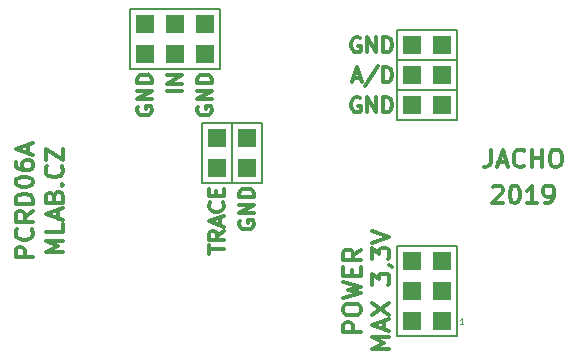
<source format=gbr>
%TF.GenerationSoftware,KiCad,Pcbnew,6.0.10+dfsg-1~bpo11+1*%
%TF.CreationDate,2023-02-14T07:58:38+00:00*%
%TF.ProjectId,PCRD06A,50435244-3036-4412-9e6b-696361645f70,REV*%
%TF.SameCoordinates,Original*%
%TF.FileFunction,Legend,Top*%
%TF.FilePolarity,Positive*%
%FSLAX46Y46*%
G04 Gerber Fmt 4.6, Leading zero omitted, Abs format (unit mm)*
G04 Created by KiCad (PCBNEW 6.0.10+dfsg-1~bpo11+1) date 2023-02-14 07:58:38*
%MOMM*%
%LPD*%
G01*
G04 APERTURE LIST*
%ADD10C,0.300000*%
%ADD11C,0.050000*%
%ADD12C,0.150000*%
%ADD13R,1.524000X1.524000*%
G04 APERTURE END LIST*
D10*
X18084095Y14367857D02*
X18084095Y15110714D01*
X19384095Y14739285D02*
X18084095Y14739285D01*
X19384095Y16286904D02*
X18765047Y15853571D01*
X19384095Y15544047D02*
X18084095Y15544047D01*
X18084095Y16039285D01*
X18146000Y16163095D01*
X18207904Y16225000D01*
X18331714Y16286904D01*
X18517428Y16286904D01*
X18641238Y16225000D01*
X18703142Y16163095D01*
X18765047Y16039285D01*
X18765047Y15544047D01*
X19012666Y16782142D02*
X19012666Y17401190D01*
X19384095Y16658333D02*
X18084095Y17091666D01*
X19384095Y17525000D01*
X19260285Y18701190D02*
X19322190Y18639285D01*
X19384095Y18453571D01*
X19384095Y18329761D01*
X19322190Y18144047D01*
X19198380Y18020238D01*
X19074571Y17958333D01*
X18826952Y17896428D01*
X18641238Y17896428D01*
X18393619Y17958333D01*
X18269809Y18020238D01*
X18146000Y18144047D01*
X18084095Y18329761D01*
X18084095Y18453571D01*
X18146000Y18639285D01*
X18207904Y18701190D01*
X18703142Y19258333D02*
X18703142Y19691666D01*
X19384095Y19877380D02*
X19384095Y19258333D01*
X18084095Y19258333D01*
X18084095Y19877380D01*
X30869571Y27574000D02*
X30745761Y27635904D01*
X30560047Y27635904D01*
X30374333Y27574000D01*
X30250523Y27450190D01*
X30188619Y27326380D01*
X30126714Y27078761D01*
X30126714Y26893047D01*
X30188619Y26645428D01*
X30250523Y26521619D01*
X30374333Y26397809D01*
X30560047Y26335904D01*
X30683857Y26335904D01*
X30869571Y26397809D01*
X30931476Y26459714D01*
X30931476Y26893047D01*
X30683857Y26893047D01*
X31488619Y26335904D02*
X31488619Y27635904D01*
X32231476Y26335904D01*
X32231476Y27635904D01*
X32850523Y26335904D02*
X32850523Y27635904D01*
X33160047Y27635904D01*
X33345761Y27574000D01*
X33469571Y27450190D01*
X33531476Y27326380D01*
X33593380Y27078761D01*
X33593380Y26893047D01*
X33531476Y26645428D01*
X33469571Y26521619D01*
X33345761Y26397809D01*
X33160047Y26335904D01*
X32850523Y26335904D01*
X12050000Y26805571D02*
X11988095Y26681761D01*
X11988095Y26496047D01*
X12050000Y26310333D01*
X12173809Y26186523D01*
X12297619Y26124619D01*
X12545238Y26062714D01*
X12730952Y26062714D01*
X12978571Y26124619D01*
X13102380Y26186523D01*
X13226190Y26310333D01*
X13288095Y26496047D01*
X13288095Y26619857D01*
X13226190Y26805571D01*
X13164285Y26867476D01*
X12730952Y26867476D01*
X12730952Y26619857D01*
X13288095Y27424619D02*
X11988095Y27424619D01*
X13288095Y28167476D01*
X11988095Y28167476D01*
X13288095Y28786523D02*
X11988095Y28786523D01*
X11988095Y29096047D01*
X12050000Y29281761D01*
X12173809Y29405571D01*
X12297619Y29467476D01*
X12545238Y29529380D01*
X12730952Y29529380D01*
X12978571Y29467476D01*
X13102380Y29405571D01*
X13226190Y29281761D01*
X13288095Y29096047D01*
X13288095Y28786523D01*
X20686000Y17153571D02*
X20624095Y17029761D01*
X20624095Y16844047D01*
X20686000Y16658333D01*
X20809809Y16534523D01*
X20933619Y16472619D01*
X21181238Y16410714D01*
X21366952Y16410714D01*
X21614571Y16472619D01*
X21738380Y16534523D01*
X21862190Y16658333D01*
X21924095Y16844047D01*
X21924095Y16967857D01*
X21862190Y17153571D01*
X21800285Y17215476D01*
X21366952Y17215476D01*
X21366952Y16967857D01*
X21924095Y17772619D02*
X20624095Y17772619D01*
X21924095Y18515476D01*
X20624095Y18515476D01*
X21924095Y19134523D02*
X20624095Y19134523D01*
X20624095Y19444047D01*
X20686000Y19629761D01*
X20809809Y19753571D01*
X20933619Y19815476D01*
X21181238Y19877380D01*
X21366952Y19877380D01*
X21614571Y19815476D01*
X21738380Y19753571D01*
X21862190Y19629761D01*
X21924095Y19444047D01*
X21924095Y19134523D01*
X30312428Y29247333D02*
X30931476Y29247333D01*
X30188619Y28875904D02*
X30621952Y30175904D01*
X31055285Y28875904D01*
X32417190Y30237809D02*
X31302904Y28566380D01*
X32850523Y28875904D02*
X32850523Y30175904D01*
X33160047Y30175904D01*
X33345761Y30114000D01*
X33469571Y29990190D01*
X33531476Y29866380D01*
X33593380Y29618761D01*
X33593380Y29433047D01*
X33531476Y29185428D01*
X33469571Y29061619D01*
X33345761Y28937809D01*
X33160047Y28875904D01*
X32850523Y28875904D01*
X15828095Y28105571D02*
X14528095Y28105571D01*
X15828095Y28724619D02*
X14528095Y28724619D01*
X15828095Y29467476D01*
X14528095Y29467476D01*
X17130000Y26805571D02*
X17068095Y26681761D01*
X17068095Y26496047D01*
X17130000Y26310333D01*
X17253809Y26186523D01*
X17377619Y26124619D01*
X17625238Y26062714D01*
X17810952Y26062714D01*
X18058571Y26124619D01*
X18182380Y26186523D01*
X18306190Y26310333D01*
X18368095Y26496047D01*
X18368095Y26619857D01*
X18306190Y26805571D01*
X18244285Y26867476D01*
X17810952Y26867476D01*
X17810952Y26619857D01*
X18368095Y27424619D02*
X17068095Y27424619D01*
X18368095Y28167476D01*
X17068095Y28167476D01*
X18368095Y28786523D02*
X17068095Y28786523D01*
X17068095Y29096047D01*
X17130000Y29281761D01*
X17253809Y29405571D01*
X17377619Y29467476D01*
X17625238Y29529380D01*
X17810952Y29529380D01*
X18058571Y29467476D01*
X18182380Y29405571D01*
X18306190Y29281761D01*
X18368095Y29096047D01*
X18368095Y28786523D01*
X30869571Y32654000D02*
X30745761Y32715904D01*
X30560047Y32715904D01*
X30374333Y32654000D01*
X30250523Y32530190D01*
X30188619Y32406380D01*
X30126714Y32158761D01*
X30126714Y31973047D01*
X30188619Y31725428D01*
X30250523Y31601619D01*
X30374333Y31477809D01*
X30560047Y31415904D01*
X30683857Y31415904D01*
X30869571Y31477809D01*
X30931476Y31539714D01*
X30931476Y31973047D01*
X30683857Y31973047D01*
X31488619Y31415904D02*
X31488619Y32715904D01*
X32231476Y31415904D01*
X32231476Y32715904D01*
X32850523Y31415904D02*
X32850523Y32715904D01*
X33160047Y32715904D01*
X33345761Y32654000D01*
X33469571Y32530190D01*
X33531476Y32406380D01*
X33593380Y32158761D01*
X33593380Y31973047D01*
X33531476Y31725428D01*
X33469571Y31601619D01*
X33345761Y31477809D01*
X33160047Y31415904D01*
X32850523Y31415904D01*
X41954000Y23173428D02*
X41954000Y22102000D01*
X41882571Y21887714D01*
X41739714Y21744857D01*
X41525428Y21673428D01*
X41382571Y21673428D01*
X42596857Y22102000D02*
X43311142Y22102000D01*
X42454000Y21673428D02*
X42954000Y23173428D01*
X43454000Y21673428D01*
X44811142Y21816285D02*
X44739714Y21744857D01*
X44525428Y21673428D01*
X44382571Y21673428D01*
X44168285Y21744857D01*
X44025428Y21887714D01*
X43954000Y22030571D01*
X43882571Y22316285D01*
X43882571Y22530571D01*
X43954000Y22816285D01*
X44025428Y22959142D01*
X44168285Y23102000D01*
X44382571Y23173428D01*
X44525428Y23173428D01*
X44739714Y23102000D01*
X44811142Y23030571D01*
X45454000Y21673428D02*
X45454000Y23173428D01*
X45454000Y22459142D02*
X46311142Y22459142D01*
X46311142Y21673428D02*
X46311142Y23173428D01*
X47311142Y23173428D02*
X47596857Y23173428D01*
X47739714Y23102000D01*
X47882571Y22959142D01*
X47954000Y22673428D01*
X47954000Y22173428D01*
X47882571Y21887714D01*
X47739714Y21744857D01*
X47596857Y21673428D01*
X47311142Y21673428D01*
X47168285Y21744857D01*
X47025428Y21887714D01*
X46954000Y22173428D01*
X46954000Y22673428D01*
X47025428Y22959142D01*
X47168285Y23102000D01*
X47311142Y23173428D01*
X3218571Y14081714D02*
X1718571Y14081714D01*
X1718571Y14653142D01*
X1789999Y14796000D01*
X1861428Y14867428D01*
X2004285Y14938857D01*
X2218571Y14938857D01*
X2361428Y14867428D01*
X2432857Y14796000D01*
X2504285Y14653142D01*
X2504285Y14081714D01*
X3075714Y16438857D02*
X3147142Y16367428D01*
X3218571Y16153142D01*
X3218571Y16010285D01*
X3147142Y15796000D01*
X3004285Y15653142D01*
X2861428Y15581714D01*
X2575714Y15510285D01*
X2361428Y15510285D01*
X2075714Y15581714D01*
X1932857Y15653142D01*
X1789999Y15796000D01*
X1718571Y16010285D01*
X1718571Y16153142D01*
X1790000Y16367428D01*
X1861428Y16438857D01*
X3218571Y17938857D02*
X2504285Y17438857D01*
X3218571Y17081714D02*
X1718571Y17081714D01*
X1718571Y17653142D01*
X1790000Y17796000D01*
X1861428Y17867428D01*
X2004285Y17938857D01*
X2218571Y17938857D01*
X2361428Y17867428D01*
X2432857Y17796000D01*
X2504285Y17653142D01*
X2504285Y17081714D01*
X3218571Y18581714D02*
X1718571Y18581714D01*
X1718571Y18938857D01*
X1790000Y19153142D01*
X1932857Y19296000D01*
X2075714Y19367428D01*
X2361428Y19438857D01*
X2575714Y19438857D01*
X2861428Y19367428D01*
X3004285Y19296000D01*
X3147142Y19153142D01*
X3218571Y18938857D01*
X3218571Y18581714D01*
X1718571Y20367428D02*
X1718571Y20510285D01*
X1790000Y20653142D01*
X1861428Y20724571D01*
X2004285Y20796000D01*
X2290000Y20867428D01*
X2647142Y20867428D01*
X2932857Y20796000D01*
X3075714Y20724571D01*
X3147142Y20653142D01*
X3218571Y20510285D01*
X3218571Y20367428D01*
X3147142Y20224571D01*
X3075714Y20153142D01*
X2932857Y20081714D01*
X2647142Y20010285D01*
X2290000Y20010285D01*
X2004285Y20081714D01*
X1861428Y20153142D01*
X1790000Y20224571D01*
X1718571Y20367428D01*
X1718571Y22153142D02*
X1718571Y21867428D01*
X1790000Y21724571D01*
X1861428Y21653142D01*
X2075714Y21510285D01*
X2361428Y21438857D01*
X2932857Y21438857D01*
X3075714Y21510285D01*
X3147142Y21581714D01*
X3218571Y21724571D01*
X3218571Y22010285D01*
X3147142Y22153142D01*
X3075714Y22224571D01*
X2932857Y22296000D01*
X2575714Y22296000D01*
X2432857Y22224571D01*
X2361428Y22153142D01*
X2290000Y22010285D01*
X2290000Y21724571D01*
X2361428Y21581714D01*
X2432857Y21510285D01*
X2575714Y21438857D01*
X2790000Y22867428D02*
X2790000Y23581714D01*
X3218571Y22724571D02*
X1718571Y23224571D01*
X3218571Y23724571D01*
X5758571Y14474571D02*
X4258571Y14474571D01*
X5330000Y14974571D01*
X4258571Y15474571D01*
X5758571Y15474571D01*
X5758571Y16903142D02*
X5758571Y16188857D01*
X4258571Y16188857D01*
X5330000Y17331714D02*
X5330000Y18046000D01*
X5758571Y17188857D02*
X4258571Y17688857D01*
X5758571Y18188857D01*
X4972857Y19188857D02*
X5044285Y19403142D01*
X5115714Y19474571D01*
X5258571Y19546000D01*
X5472857Y19546000D01*
X5615714Y19474571D01*
X5687142Y19403142D01*
X5758571Y19260285D01*
X5758571Y18688857D01*
X4258571Y18688857D01*
X4258571Y19188857D01*
X4330000Y19331714D01*
X4401428Y19403142D01*
X4544285Y19474571D01*
X4687142Y19474571D01*
X4830000Y19403142D01*
X4901428Y19331714D01*
X4972857Y19188857D01*
X4972857Y18688857D01*
X5615714Y20188857D02*
X5687142Y20260285D01*
X5758571Y20188857D01*
X5687142Y20117428D01*
X5615714Y20188857D01*
X5758571Y20188857D01*
X5615714Y21760285D02*
X5687142Y21688857D01*
X5758571Y21474571D01*
X5758571Y21331714D01*
X5687142Y21117428D01*
X5544285Y20974571D01*
X5401428Y20903142D01*
X5115714Y20831714D01*
X4901428Y20831714D01*
X4615714Y20903142D01*
X4472857Y20974571D01*
X4330000Y21117428D01*
X4258571Y21331714D01*
X4258571Y21474571D01*
X4330000Y21688857D01*
X4401428Y21760285D01*
X4258571Y22260285D02*
X4258571Y23260285D01*
X5758571Y22260285D01*
X5758571Y23260285D01*
X30967071Y7711714D02*
X29467071Y7711714D01*
X29467071Y8283142D01*
X29538500Y8426000D01*
X29609928Y8497428D01*
X29752785Y8568857D01*
X29967071Y8568857D01*
X30109928Y8497428D01*
X30181357Y8426000D01*
X30252785Y8283142D01*
X30252785Y7711714D01*
X29467071Y9497428D02*
X29467071Y9783142D01*
X29538500Y9926000D01*
X29681357Y10068857D01*
X29967071Y10140285D01*
X30467071Y10140285D01*
X30752785Y10068857D01*
X30895642Y9926000D01*
X30967071Y9783142D01*
X30967071Y9497428D01*
X30895642Y9354571D01*
X30752785Y9211714D01*
X30467071Y9140285D01*
X29967071Y9140285D01*
X29681357Y9211714D01*
X29538500Y9354571D01*
X29467071Y9497428D01*
X29467071Y10640285D02*
X30967071Y10997428D01*
X29895642Y11283142D01*
X30967071Y11568857D01*
X29467071Y11926000D01*
X30181357Y12497428D02*
X30181357Y12997428D01*
X30967071Y13211714D02*
X30967071Y12497428D01*
X29467071Y12497428D01*
X29467071Y13211714D01*
X30967071Y14711714D02*
X30252785Y14211714D01*
X30967071Y13854571D02*
X29467071Y13854571D01*
X29467071Y14426000D01*
X29538500Y14568857D01*
X29609928Y14640285D01*
X29752785Y14711714D01*
X29967071Y14711714D01*
X30109928Y14640285D01*
X30181357Y14568857D01*
X30252785Y14426000D01*
X30252785Y13854571D01*
X33382071Y6318857D02*
X31882071Y6318857D01*
X32953500Y6818857D01*
X31882071Y7318857D01*
X33382071Y7318857D01*
X32953500Y7961714D02*
X32953500Y8675999D01*
X33382071Y7818857D02*
X31882071Y8318857D01*
X33382071Y8818857D01*
X31882071Y9175999D02*
X33382071Y10176000D01*
X31882071Y10176000D02*
X33382071Y9175999D01*
X31882071Y11747428D02*
X31882071Y12676000D01*
X32453500Y12176000D01*
X32453500Y12390285D01*
X32524928Y12533142D01*
X32596357Y12604571D01*
X32739214Y12676000D01*
X33096357Y12676000D01*
X33239214Y12604571D01*
X33310642Y12533142D01*
X33382071Y12390285D01*
X33382071Y11961714D01*
X33310642Y11818857D01*
X33239214Y11747428D01*
X33310642Y13390285D02*
X33382071Y13390285D01*
X33524928Y13318857D01*
X33596357Y13247428D01*
X31882071Y13890285D02*
X31882071Y14818857D01*
X32453500Y14318857D01*
X32453500Y14533142D01*
X32524928Y14676000D01*
X32596357Y14747428D01*
X32739214Y14818857D01*
X33096357Y14818857D01*
X33239214Y14747428D01*
X33310642Y14676000D01*
X33382071Y14533142D01*
X33382071Y14104571D01*
X33310642Y13961714D01*
X33239214Y13890285D01*
X31882071Y15247428D02*
X33382071Y15747428D01*
X31882071Y16247428D01*
X42132571Y19982571D02*
X42204000Y20054000D01*
X42346857Y20125428D01*
X42704000Y20125428D01*
X42846857Y20054000D01*
X42918285Y19982571D01*
X42989714Y19839714D01*
X42989714Y19696857D01*
X42918285Y19482571D01*
X42061142Y18625428D01*
X42989714Y18625428D01*
X43918285Y20125428D02*
X44061142Y20125428D01*
X44204000Y20054000D01*
X44275428Y19982571D01*
X44346857Y19839714D01*
X44418285Y19554000D01*
X44418285Y19196857D01*
X44346857Y18911142D01*
X44275428Y18768285D01*
X44204000Y18696857D01*
X44061142Y18625428D01*
X43918285Y18625428D01*
X43775428Y18696857D01*
X43704000Y18768285D01*
X43632571Y18911142D01*
X43561142Y19196857D01*
X43561142Y19554000D01*
X43632571Y19839714D01*
X43704000Y19982571D01*
X43775428Y20054000D01*
X43918285Y20125428D01*
X45846857Y18625428D02*
X44989714Y18625428D01*
X45418285Y18625428D02*
X45418285Y20125428D01*
X45275428Y19911142D01*
X45132571Y19768285D01*
X44989714Y19696857D01*
X46561142Y18625428D02*
X46846857Y18625428D01*
X46989714Y18696857D01*
X47061142Y18768285D01*
X47204000Y18982571D01*
X47275428Y19268285D01*
X47275428Y19839714D01*
X47204000Y19982571D01*
X47132571Y20054000D01*
X46989714Y20125428D01*
X46704000Y20125428D01*
X46561142Y20054000D01*
X46489714Y19982571D01*
X46418285Y19839714D01*
X46418285Y19482571D01*
X46489714Y19339714D01*
X46561142Y19268285D01*
X46704000Y19196857D01*
X46989714Y19196857D01*
X47132571Y19268285D01*
X47204000Y19339714D01*
X47275428Y19482571D01*
D11*
%TO.C,J8*%
X12926190Y29733857D02*
X12926190Y29448142D01*
X12926190Y29591000D02*
X12426190Y29591000D01*
X12497619Y29543380D01*
X12545238Y29495761D01*
X12569047Y29448142D01*
%TO.C,J1*%
X39639857Y8409809D02*
X39354142Y8409809D01*
X39497000Y8409809D02*
X39497000Y8909809D01*
X39449380Y8838380D01*
X39401761Y8790761D01*
X39354142Y8766952D01*
D12*
%TO.C,J8*%
X11430000Y29972000D02*
X11430000Y35052000D01*
X11430000Y35052000D02*
X19050000Y35052000D01*
X19050000Y35052000D02*
X19050000Y29972000D01*
X19050000Y29972000D02*
X11430000Y29972000D01*
%TO.C,J1*%
X39116000Y7366000D02*
X34036000Y7366000D01*
X39116000Y14986000D02*
X39116000Y7366000D01*
X34036000Y14986000D02*
X39116000Y14986000D01*
X34036000Y7366000D02*
X34036000Y14986000D01*
%TO.C,J2*%
X39116000Y30734000D02*
X34036000Y30734000D01*
X34036000Y30734000D02*
X34036000Y33274000D01*
X39116000Y33274000D02*
X39116000Y30734000D01*
X34036000Y33274000D02*
X39116000Y33274000D01*
%TO.C,J3*%
X20066000Y25400000D02*
X20066000Y20320000D01*
X17526000Y25400000D02*
X20066000Y25400000D01*
X20066000Y20320000D02*
X17526000Y20320000D01*
X17526000Y20320000D02*
X17526000Y25400000D01*
%TO.C,J5*%
X34036000Y25654000D02*
X34036000Y28194000D01*
X39116000Y25654000D02*
X34036000Y25654000D01*
X39116000Y28194000D02*
X39116000Y25654000D01*
X34036000Y28194000D02*
X39116000Y28194000D01*
%TO.C,J6*%
X34036000Y30734000D02*
X39116000Y30734000D01*
X34036000Y28194000D02*
X34036000Y30734000D01*
X39116000Y30734000D02*
X39116000Y28194000D01*
X39116000Y28194000D02*
X34036000Y28194000D01*
%TO.C,J7*%
X22606000Y20320000D02*
X20066000Y20320000D01*
X20066000Y25400000D02*
X22606000Y25400000D01*
X22606000Y25400000D02*
X22606000Y20320000D01*
X20066000Y20320000D02*
X20066000Y25400000D01*
%TD*%
D13*
%TO.C,J8*%
X12700000Y31242000D03*
X12700000Y33782000D03*
X15240000Y31242000D03*
X15240000Y33782000D03*
X17780000Y31242000D03*
X17780000Y33782000D03*
%TD*%
%TO.C,J1*%
X37846000Y8636000D03*
X35306000Y8636000D03*
X37846000Y11176000D03*
X35306000Y11176000D03*
X37846000Y13716000D03*
X35306000Y13716000D03*
%TD*%
%TO.C,J2*%
X35306000Y32004000D03*
X37846000Y32004000D03*
%TD*%
%TO.C,J3*%
X18796000Y21590000D03*
X18796000Y24130000D03*
%TD*%
%TO.C,J5*%
X35306000Y26924000D03*
X37846000Y26924000D03*
%TD*%
%TO.C,J6*%
X35306000Y29464000D03*
X37846000Y29464000D03*
%TD*%
%TO.C,J7*%
X21336000Y21590000D03*
X21336000Y24130000D03*
%TD*%
M02*

</source>
